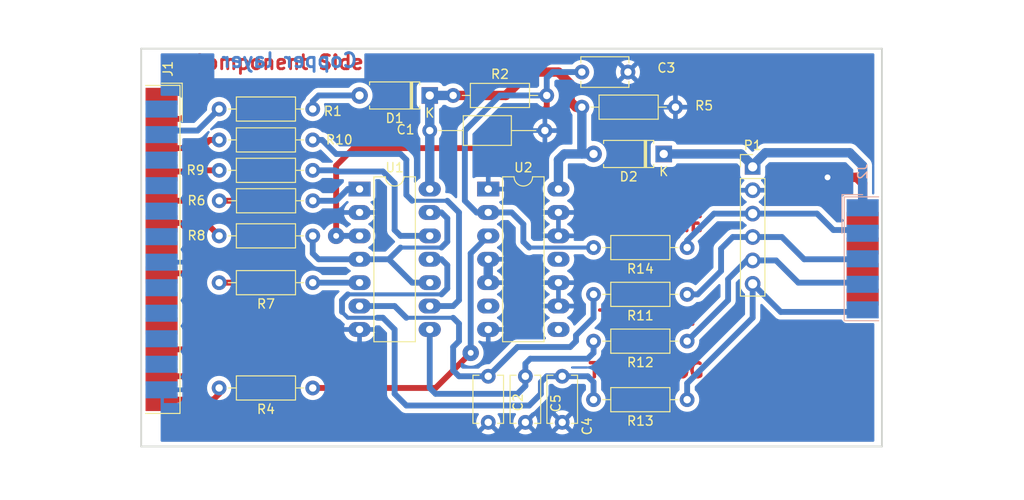
<source format=kicad_pcb>
(kicad_pcb (version 20210228) (generator pcbnew)
  (title_block (rev "1") (company "Kicad Demo"))
  (layers (0 "F.Cu" signal "top_copper") (31 "B.Cu" signal "bottom_copper") (34 "B.Paste" user) (35 "F.Paste" user) (36 "B.SilkS" user "B.Silkscreen") (37 "F.SilkS" user "F.Silkscreen") (38 "B.Mask" user) (39 "F.Mask" user) (44 "Edge.Cuts" user))
  (net 0 "")
  (net 1 "/CLK-D1")
  (net 2 "/CTRL-D3")
  (net 3 "/DONE-SELECT*")
  (net 4 "/PWR_3,3-5V")
  (net 5 "/TCK-CCLK")
  (net 6 "/TD0-DONE")
  (net 7 "/TD0-PROG-D4")
  (net 8 "/TDI-DIN")
  (net 9 "/TDI-DIN-D0")
  (net 10 "/TMS-PROG")
  (net 11 "/TMS-PROG-D2")
  (net 12 "/VCC_SENSE-ERROR*")
  (net 13 "GND")
  (net 14 "VCC")
  (net 15 "Net-(C3-Pad1)")
  (net 16 "Net-(R4-Pad1)")
  (net 20 "Net-(R6-Pad1)")
  (net 21 "Net-(R8-Pad1)")
  (net 22 "Net-(R7-Pad1)")
  (net 23 "Net-(C2-Pad1)")
  (net 24 "Net-(C5-Pad1)")
  (net 25 "Net-(R10-Pad1)")
  (net 26 "Net-(C4-Pad1)")
  (net 27 "Net-(R9-Pad1)")
  (net 28 "Net-(D1-Pad2)")
  (net 29 "Net-(J1-Pad11)")
  (footprint "Resistor_THT:R_Axial_DIN0207_L6.3mm_D2.5mm_P10.16mm_Horizontal" (layer "F.Cu") (at 162.56 88.9 180)
    (fp_text reference "R14" (at 5.08 -2.31 180) (layer "F.SilkS"))
    (fp_text value "100")
    (fp_line (start 0.98 0) (end 1.87 0) (layer "F.SilkS") (width 0.12))
    (fp_line (start 8.29 -1.31) (end 1.87 -1.31) (layer "F.SilkS") (width 0.12))
    (fp_line (start 1.87 1.31) (end 8.29 1.31) (layer "F.SilkS") (width 0.12))
    (fp_line (start 1.87 -1.31) (end 1.87 1.31) (layer "F.SilkS") (width 0.12))
    (fp_line (start 8.29 1.31) (end 8.29 -1.31) (layer "F.SilkS") (width 0.12))
    (fp_line (start 9.18 0) (end 8.29 0) (layer "F.SilkS") (width 0.12))
    (pad "1" thru_hole circle (at 0 0 180) (size 1.6 1.6) (drill 0.8) (layers *.Cu *.Mask) (net 6 "/TD0-DONE"))
    (pad "2" thru_hole oval (at 10.16 0 180) (size 1.6 1.6) (drill 0.8) (layers *.Cu *.Mask) (net 15 "Net-(C3-Pad1)"))
  )
  (footprint "Resistor_THT:R_Axial_DIN0207_L6.3mm_D2.5mm_P10.16mm_Horizontal" (layer "F.Cu") (at 121.92 80.518 180)
    (fp_text reference "R9" (at 12.72 0.018 180) (layer "F.SilkS"))
    (fp_text value "100")
    (fp_line (start 1.87 -1.31) (end 1.87 1.31) (layer "F.SilkS") (width 0.12))
    (fp_line (start 8.29 -1.31) (end 1.87 -1.31) (layer "F.SilkS") (width 0.12))
    (fp_line (start 8.29 1.31) (end 8.29 -1.31) (layer "F.SilkS") (width 0.12))
    (fp_line (start 1.87 1.31) (end 8.29 1.31) (layer "F.SilkS") (width 0.12))
    (fp_line (start 0.98 0) (end 1.87 0) (layer "F.SilkS") (width 0.12))
    (fp_line (start 9.18 0) (end 8.29 0) (layer "F.SilkS") (width 0.12))
    (pad "1" thru_hole circle (at 0 0 180) (size 1.6 1.6) (drill 0.8) (layers *.Cu *.Mask) (net 27 "Net-(R9-Pad1)"))
    (pad "2" thru_hole oval (at 10.16 0 180) (size 1.6 1.6) (drill 0.8) (layers *.Cu *.Mask) (net 11 "/TMS-PROG-D2"))
  )
  (footprint "Resistor_THT:R_Axial_DIN0207_L6.3mm_D2.5mm_P10.16mm_Horizontal" (layer "F.Cu") (at 121.92 104.14 180)
    (fp_text reference "R4" (at 5.08 -2.31 180) (layer "F.SilkS"))
    (fp_text value "47")
    (fp_line (start 1.87 1.31) (end 8.29 1.31) (layer "F.SilkS") (width 0.12))
    (fp_line (start 0.98 0) (end 1.87 0) (layer "F.SilkS") (width 0.12))
    (fp_line (start 1.87 -1.31) (end 1.87 1.31) (layer "F.SilkS") (width 0.12))
    (fp_line (start 8.29 -1.31) (end 1.87 -1.31) (layer "F.SilkS") (width 0.12))
    (fp_line (start 9.18 0) (end 8.29 0) (layer "F.SilkS") (width 0.12))
    (fp_line (start 8.29 1.31) (end 8.29 -1.31) (layer "F.SilkS") (width 0.12))
    (pad "1" thru_hole circle (at 0 0 180) (size 1.6 1.6) (drill 0.8) (layers *.Cu *.Mask) (net 16 "Net-(R4-Pad1)"))
    (pad "2" thru_hole oval (at 10.16 0 180) (size 1.6 1.6) (drill 0.8) (layers *.Cu *.Mask) (net 3 "/DONE-SELECT*"))
  )
  (footprint "Resistor_THT:R_Axial_DIN0207_L6.3mm_D2.5mm_P10.16mm_Horizontal" (layer "F.Cu") (at 162.56 105.41 180)
    (fp_text reference "R13" (at 5.08 -2.31 180) (layer "F.SilkS"))
    (fp_text value "100")
    (fp_line (start 9.18 0) (end 8.29 0) (layer "F.SilkS") (width 0.12))
    (fp_line (start 0.98 0) (end 1.87 0) (layer "F.SilkS") (width 0.12))
    (fp_line (start 8.29 1.31) (end 8.29 -1.31) (layer "F.SilkS") (width 0.12))
    (fp_line (start 8.29 -1.31) (end 1.87 -1.31) (layer "F.SilkS") (width 0.12))
    (fp_line (start 1.87 -1.31) (end 1.87 1.31) (layer "F.SilkS") (width 0.12))
    (fp_line (start 1.87 1.31) (end 8.29 1.31) (layer "F.SilkS") (width 0.12))
    (pad "1" thru_hole circle (at 0 0 180) (size 1.6 1.6) (drill 0.8) (layers *.Cu *.Mask) (net 10 "/TMS-PROG"))
    (pad "2" thru_hole oval (at 10.16 0 180) (size 1.6 1.6) (drill 0.8) (layers *.Cu *.Mask) (net 26 "Net-(C4-Pad1)"))
  )
  (footprint "Resistor_THT:R_Axial_DIN0207_L6.3mm_D2.5mm_P10.16mm_Horizontal" (layer "F.Cu") (at 162.56 99.06 180)
    (fp_text reference "R12" (at 5.08 -2.31 180) (layer "F.SilkS"))
    (fp_text value "100")
    (fp_line (start 1.87 1.31) (end 8.29 1.31) (layer "F.SilkS") (width 0.12))
    (fp_line (start 8.29 1.31) (end 8.29 -1.31) (layer "F.SilkS") (width 0.12))
    (fp_line (start 8.29 -1.31) (end 1.87 -1.31) (layer "F.SilkS") (width 0.12))
    (fp_line (start 1.87 -1.31) (end 1.87 1.31) (layer "F.SilkS") (width 0.12))
    (fp_line (start 0.98 0) (end 1.87 0) (layer "F.SilkS") (width 0.12))
    (fp_line (start 9.18 0) (end 8.29 0) (layer "F.SilkS") (width 0.12))
    (pad "1" thru_hole circle (at 0 0 180) (size 1.6 1.6) (drill 0.8) (layers *.Cu *.Mask) (net 5 "/TCK-CCLK"))
    (pad "2" thru_hole oval (at 10.16 0 180) (size 1.6 1.6) (drill 0.8) (layers *.Cu *.Mask) (net 24 "Net-(C5-Pad1)"))
  )
  (footprint "Resistor_THT:R_Axial_DIN0207_L6.3mm_D2.5mm_P10.16mm_Horizontal" (layer "F.Cu") (at 162.56 93.98 180)
    (fp_text reference "R11" (at 5.08 -2.31 180) (layer "F.SilkS"))
    (fp_text value "100")
    (fp_line (start 8.29 -1.31) (end 1.87 -1.31) (layer "F.SilkS") (width 0.12))
    (fp_line (start 8.29 1.31) (end 8.29 -1.31) (layer "F.SilkS") (width 0.12))
    (fp_line (start 1.87 1.31) (end 8.29 1.31) (layer "F.SilkS") (width 0.12))
    (fp_line (start 0.98 0) (end 1.87 0) (layer "F.SilkS") (width 0.12))
    (fp_line (start 9.18 0) (end 8.29 0) (layer "F.SilkS") (width 0.12))
    (fp_line (start 1.87 -1.31) (end 1.87 1.31) (layer "F.SilkS") (width 0.12))
    (pad "1" thru_hole circle (at 0 0 180) (size 1.6 1.6) (drill 0.8) (layers *.Cu *.Mask) (net 8 "/TDI-DIN"))
    (pad "2" thru_hole oval (at 10.16 0 180) (size 1.6 1.6) (drill 0.8) (layers *.Cu *.Mask) (net 23 "Net-(C2-Pad1)"))
  )
  (footprint "Resistor_THT:R_Axial_DIN0207_L6.3mm_D2.5mm_P10.16mm_Horizontal" (layer "F.Cu") (at 121.92 87.63 180)
    (fp_text reference "R8" (at 12.62 0.03 180) (layer "F.SilkS"))
    (fp_text value "100")
    (fp_line (start 8.29 1.31) (end 8.29 -1.31) (layer "F.SilkS") (width 0.12))
    (fp_line (start 1.87 -1.31) (end 1.87 1.31) (layer "F.SilkS") (width 0.12))
    (fp_line (start 9.18 0) (end 8.29 0) (layer "F.SilkS") (width 0.12))
    (fp_line (start 8.29 -1.31) (end 1.87 -1.31) (layer "F.SilkS") (width 0.12))
    (fp_line (start 0.98 0) (end 1.87 0) (layer "F.SilkS") (width 0.12))
    (fp_line (start 1.87 1.31) (end 8.29 1.31) (layer "F.SilkS") (width 0.12))
    (pad "1" thru_hole circle (at 0 0 180) (size 1.6 1.6) (drill 0.8) (layers *.Cu *.Mask) (net 21 "Net-(R8-Pad1)"))
    (pad "2" thru_hole oval (at 10.16 0 180) (size 1.6 1.6) (drill 0.8) (layers *.Cu *.Mask) (net 2 "/CTRL-D3"))
  )
  (footprint "Resistor_THT:R_Axial_DIN0207_L6.3mm_D2.5mm_P10.16mm_Horizontal" (layer "F.Cu") (at 121.92 92.71 180)
    (fp_text reference "R7" (at 5.08 -2.31 180) (layer "F.SilkS"))
    (fp_text value "100")
    (fp_line (start 1.87 -1.31) (end 1.87 1.31) (layer "F.SilkS") (width 0.12))
    (fp_line (start 0.98 0) (end 1.87 0) (layer "F.SilkS") (width 0.12))
    (fp_line (start 8.29 1.31) (end 8.29 -1.31) (layer "F.SilkS") (width 0.12))
    (fp_line (start 9.18 0) (end 8.29 0) (layer "F.SilkS") (width 0.12))
    (fp_line (start 8.29 -1.31) (end 1.87 -1.31) (layer "F.SilkS") (width 0.12))
    (fp_line (start 1.87 1.31) (end 8.29 1.31) (layer "F.SilkS") (width 0.12))
    (pad "1" thru_hole circle (at 0 0 180) (size 1.6 1.6) (drill 0.8) (layers *.Cu *.Mask) (net 22 "Net-(R7-Pad1)"))
    (pad "2" thru_hole oval (at 10.16 0 180) (size 1.6 1.6) (drill 0.8) (layers *.Cu *.Mask) (net 9 "/TDI-DIN-D0"))
  )
  (footprint "Resistor_THT:R_Axial_DIN0207_L6.3mm_D2.5mm_P10.16mm_Horizontal" (layer "F.Cu") (at 121.9327 83.82 180)
    (fp_text reference "R6" (at 12.6327 0.02 180) (layer "F.SilkS"))
    (fp_text value "100")
    (fp_line (start 0.98 0) (end 1.87 0) (layer "F.SilkS") (width 0.12))
    (fp_line (start 1.87 -1.31) (end 1.87 1.31) (layer "F.SilkS") (width 0.12))
    (fp_line (start 9.18 0) (end 8.29 0) (layer "F.SilkS") (width 0.12))
    (fp_line (start 1.87 1.31) (end 8.29 1.31) (layer "F.SilkS") (width 0.12))
    (fp_line (start 8.29 -1.31) (end 1.87 -1.31) (layer "F.SilkS") (width 0.12))
    (fp_line (start 8.29 1.31) (end 8.29 -1.31) (layer "F.SilkS") (width 0.12))
    (pad "1" thru_hole circle (at 0 0 180) (size 1.6 1.6) (drill 0.8) (layers *.Cu *.Mask) (net 20 "Net-(R6-Pad1)"))
    (pad "2" thru_hole oval (at 10.16 0 180) (size 1.6 1.6) (drill 0.8) (layers *.Cu *.Mask) (net 7 "/TD0-PROG-D4"))
  )
  (footprint "Resistor_THT:R_Axial_DIN0207_L6.3mm_D2.5mm_P10.16mm_Horizontal" (layer "F.Cu") (at 137.16 72.39)
    (fp_text reference "R2" (at 5.08 -2.31) (layer "F.SilkS"))
    (fp_text value "5,1K")
    (fp_line (start 0.98 0) (end 1.87 0) (layer "F.SilkS") (width 0.12))
    (fp_line (start 8.29 1.31) (end 8.29 -1.31) (layer "F.SilkS") (width 0.12))
    (fp_line (start 9.18 0) (end 8.29 0) (layer "F.SilkS") (width 0.12))
    (fp_line (start 1.87 -1.31) (end 1.87 1.31) (layer "F.SilkS") (width 0.12))
    (fp_line (start 1.87 1.31) (end 8.29 1.31) (layer "F.SilkS") (width 0.12))
    (fp_line (start 8.29 -1.31) (end 1.87 -1.31) (layer "F.SilkS") (width 0.12))
    (pad "1" thru_hole circle (at 0 0) (size 1.6 1.6) (drill 0.8) (layers *.Cu *.Mask) (net 14 "VCC"))
    (pad "2" thru_hole oval (at 10.16 0) (size 1.6 1.6) (drill 0.8) (layers *.Cu *.Mask) (net 15 "Net-(C3-Pad1)"))
  )
  (footprint "Resistor_THT:R_Axial_DIN0207_L6.3mm_D2.5mm_P10.16mm_Horizontal" (layer "F.Cu") (at 151.13 73.66)
    (fp_text reference "R5" (at 13.27 -0.16) (layer "F.SilkS"))
    (fp_text value "1K")
    (fp_line (start 1.87 -1.31) (end 1.87 1.31) (layer "F.SilkS") (width 0.12))
    (fp_line (start 8.29 1.31) (end 8.29 -1.31) (layer "F.SilkS") (width 0.12))
    (fp_line (start 8.29 -1.31) (end 1.87 -1.31) (layer "F.SilkS") (width 0.12))
    (fp_line (start 9.18 0) (end 8.29 0) (layer "F.SilkS") (width 0.12))
    (fp_line (start 1.87 1.31) (end 8.29 1.31) (layer "F.SilkS") (width 0.12))
    (fp_line (start 0.98 0) (end 1.87 0) (layer "F.SilkS") (width 0.12))
    (pad "1" thru_hole circle (at 0 0) (size 1.6 1.6) (drill 0.8) (layers *.Cu *.Mask) (net 14 "VCC"))
    (pad "2" thru_hole oval (at 10.16 0) (size 1.6 1.6) (drill 0.8) (layers *.Cu *.Mask) (net 13 "GND"))
  )
  (footprint "Resistor_THT:R_Axial_DIN0207_L6.3mm_D2.5mm_P10.16mm_Horizontal" (layer "F.Cu") (at 121.92 77.216 180)
    (fp_text reference "R10" (at -2.88 0.016 180) (layer "F.SilkS"))
    (fp_text value "100")
    (fp_line (start 8.29 -1.31) (end 1.87 -1.31) (layer "F.SilkS") (width 0.12))
    (fp_line (start 0.98 0) (end 1.87 0) (layer "F.SilkS") (width 0.12))
    (fp_line (start 1.87 1.31) (end 8.29 1.31) (layer "F.SilkS") (width 0.12))
    (fp_line (start 8.29 1.31) (end 8.29 -1.31) (layer "F.SilkS") (width 0.12))
    (fp_line (start 1.87 -1.31) (end 1.87 1.31) (layer "F.SilkS") (width 0.12))
    (fp_line (start 9.18 0) (end 8.29 0) (layer "F.SilkS") (width 0.12))
    (pad "1" thru_hole circle (at 0 0 180) (size 1.6 1.6) (drill 0.8) (layers *.Cu *.Mask) (net 25 "Net-(R10-Pad1)"))
    (pad "2" thru_hole oval (at 10.16 0 180) (size 1.6 1.6) (drill 0.8) (layers *.Cu *.Mask) (net 1 "/CLK-D1"))
  )
  (footprint "Diode_THT:D_A-405_P7.62mm_Horizontal" (layer "F.Cu") (at 160.02 78.74 180)
    (fp_text reference "D2" (at 3.81 -2.47 180) (layer "F.SilkS"))
    (fp_text value "BAT46")
    (fp_text user "K" (at 0 -1.9 180) (layer "F.SilkS"))
    (fp_line (start 1.87 -1.47) (end 1.87 1.47) (layer "F.SilkS") (width 0.12))
    (fp_line (start 1.09 1.47) (end 6.53 1.47) (layer "F.SilkS") (width 0.12))
    (fp_line (start 1.99 -1.47) (end 1.99 1.47) (layer "F.SilkS") (width 0.12))
    (fp_line (start 6.53 1.47) (end 6.53 1.14) (layer "F.SilkS") (width 0.12))
    (fp_line (start 1.09 -1.47) (end 6.53 -1.47) (layer "F.SilkS") (width 0.12))
    (fp_line (start 6.53 -1.47) (end 6.53 -1.14) (layer "F.SilkS") (width 0.12))
    (fp_line (start 1.09 -1.14) (end 1.09 -1.47) (layer "F.SilkS") (width 0.12))
    (fp_line (start 1.09 1.14) (end 1.09 1.47) (layer "F.SilkS") (width 0.12))
    (fp_line (start 2.11 -1.47) (end 2.11 1.47) (layer "F.SilkS") (width 0.12))
    (pad "1" thru_hole rect (at 0 0 180) (size 1.8 1.8) (drill 0.9) (layers *.Cu *.Mask) (net 4 "/PWR_3,3-5V"))
    (pad "2" thru_hole oval (at 7.62 0 180) (size 1.8 1.8) (drill 0.9) (layers *.Cu *.Mask) (net 14 "VCC"))
  )
  (footprint "Diode_THT:D_A-405_P7.62mm_Horizontal" (layer "F.Cu") (at 134.62 72.39 180)
    (fp_text reference "D1" (at 3.81 -2.47 180) (layer "F.SilkS"))
    (fp_text value "BAT46")
    (fp_text user "K" (at 0 -1.9 180) (layer "F.SilkS"))
    (fp_line (start 1.87 -1.47) (end 1.87 1.47) (layer "F.SilkS") (width 0.12))
    (fp_line (start 6.53 -1.47) (end 6.53 -1.14) (layer "F.SilkS") (width 0.12))
    (fp_line (start 1.09 -1.47) (end 6.53 -1.47) (layer "F.SilkS") (width 0.12))
    (fp_line (start 1.09 -1.14) (end 1.09 -1.47) (layer "F.SilkS") (width 0.12))
    (fp_line (start 1.09 1.14) (end 1.09 1.47) (layer "F.SilkS") (width 0.12))
    (fp_line (start 1.99 -1.47) (end 1.99 1.47) (layer "F.SilkS") (width 0.12))
    (fp_line (start 6.53 1.47) (end 6.53 1.14) (layer "F.SilkS") (width 0.12))
    (fp_line (start 2.11 -1.47) (end 2.11 1.47) (layer "F.SilkS") (width 0.12))
    (fp_line (start 1.09 1.47) (end 6.53 1.47) (layer "F.SilkS") (width 0.12))
    (pad "1" thru_hole rect (at 0 0 180) (size 1.8 1.8) (drill 0.9) (layers *.Cu *.Mask) (net 14 "VCC"))
    (pad "2" thru_hole oval (at 7.62 0 180) (size 1.8 1.8) (drill 0.9) (layers *.Cu *.Mask) (net 28 "Net-(D1-Pad2)"))
  )
  (footprint "Resistor_THT:R_Axial_DIN0207_L6.3mm_D2.5mm_P10.16mm_Horizontal" (layer "F.Cu") (at 121.92 73.8632 180)
    (fp_text reference "R1" (at -2.18 -0.2368 180) (layer "F.SilkS"))
    (fp_text value "100")
    (fp_line (start 8.29 1.31) (end 8.29 -1.31) (layer "F.SilkS") (width 0.12))
    (fp_line (start 1.87 -1.31) (end 1.87 1.31) (layer "F.SilkS") (width 0.12))
    (fp_line (start 0.98 0) (end 1.87 0) (layer "F.SilkS") (width 0.12))
    (fp_line (start 9.18 0) (end 8.29 0) (layer "F.SilkS") (width 0.12))
    (fp_line (start 1.87 1.31) (end 8.29 1.31) (layer "F.SilkS") (width 0.12))
    (fp_line (start 8.29 -1.31) (end 1.87 -1.31) (layer "F.SilkS") (width 0.12))
    (pad "1" thru_hole circle (at 0 0 180) (size 1.6 1.6) (drill 0.8) (layers *.Cu *.Mask) (net 28 "Net-(D1-Pad2)"))
    (pad "2" thru_hole oval (at 10.16 0 180) (size 1.6 1.6) (drill 0.8) (layers *.Cu *.Mask) (net 12 "/VCC_SENSE-ERROR*"))
  )
  (footprint "Capacitor_THT:C_Axial_L5.1mm_D3.1mm_P12.50mm_Horizontal" (layer "F.Cu") (at 134.62 76.2)
    (fp_text reference "C1" (at -2.62 -0.1) (layer "F.SilkS"))
    (fp_text value "1uF")
    (fp_line (start 3.64 1.61) (end 8.86 1.61) (layer "F.SilkS") (width 0.12))
    (fp_line (start 3.64 -1.61) (end 3.64 1.61) (layer "F.SilkS") (width 0.12))
    (fp_line (start 0.98 0) (end 3.64 0) (layer "F.SilkS") (width 0.12))
    (fp_line (start 8.86 1.61) (end 8.86 -1.61) (layer "F.SilkS") (width 0.12))
    (fp_line (start 8.86 -1.61) (end 3.64 -1.61) (layer "F.SilkS") (width 0.12))
    (fp_line (start 11.52 0) (end 8.86 0) (layer "F.SilkS") (width 0.12))
    (pad "1" thru_hole circle (at 0 0) (size 1.6 1.6) (drill 0.8) (layers *.Cu *.Mask) (net 14 "VCC"))
    (pad "2" thru_hole oval (at 12.5 0) (size 1.6 1.6) (drill 0.8) (layers *.Cu *.Mask) (net 13 "GND"))
  )
  (footprint "Connector_PinHeader_2.54mm:PinHeader_1x06_P2.54mm_Vertical" (layer "F.Cu") (at 169.672 80.137)
    (fp_text reference "P1" (at 0 -2.33) (layer "F.SilkS"))
    (fp_text value "CONN_6")
    (fp_line (start -1.33 1.27) (end 1.33 1.27) (layer "F.SilkS") (width 0.12))
    (fp_line (start -1.33 14.03) (end 1.33 14.03) (layer "F.SilkS") (width 0.12))
    (fp_line (start -1.33 1.27) (end -1.33 14.03) (layer "F.SilkS") (width 0.12))
    (fp_line (start 1.33 1.27) (end 1.33 14.03) (layer "F.SilkS") (width 0.12))
    (fp_line (start -1.33 -1.33) (end 0 -1.33) (layer "F.SilkS") (width 0.12))
    (fp_line (start -1.33 0) (end -1.33 -1.33) (layer "F.SilkS") (width 0.12))
    (pad "1" thru_hole rect (at 0 0) (size 1.7 1.7) (drill 1) (layers *.Cu *.Mask) (net 4 "/PWR_3,3-5V"))
    (pad "2" thru_hole oval (at 0 2.54) (size 1.7 1.7) (drill 1) (layers *.Cu *.Mask) (net 13 "GND"))
    (pad "3" thru_hole oval (at 0 5.08) (size 1.7 1.7) (drill 1) (layers *.Cu *.Mask) (net 6 "/TD0-DONE"))
    (pad "4" thru_hole oval (at 0 7.62) (size 1.7 1.7) (drill 1) (layers *.Cu *.Mask) (net 8 "/TDI-DIN"))
    (pad "5" thru_hole oval (at 0 10.16) (size 1.7 1.7) (drill 1) (layers *.Cu *.Mask) (net 5 "/TCK-CCLK"))
    (pad "6" thru_hole oval (at 0 12.7) (size 1.7 1.7) (drill 1) (layers *.Cu *.Mask) (net 10 "/TMS-PROG"))
  )
  (footprint "Package_DIP:DIP-14_W7.62mm_LongPads" (layer "F.Cu") (at 140.97 82.55)
    (fp_text reference "U2" (at 3.81 -2.33) (layer "F.SilkS"))
    (fp_text value "74LS125")
    (fp_line (start 6.06 16.57) (end 6.06 -1.33) (layer "F.SilkS") (width 0.12))
    (fp_line (start 2.81 -1.33) (end 1.56 -1.33) (layer "F.SilkS") (width 0.12))
    (fp_line (start 1.56 16.57) (end 6.06 16.57) (layer "F.SilkS") (width 0.12))
    (fp_line (start 1.56 -1.33) (end 1.56 16.57) (layer "F.SilkS") (width 0.12))
    (fp_line (start 6.06 -1.33) (end 4.81 -1.33) (layer "F.SilkS") (width 0.12))
    (fp_arc (start 3.81 -1.33) (end 2.81 -1.33) (angle -180) (layer "F.SilkS") (width 0.12))
    (pad "1" thru_hole rect (at 0 0) (size 2.4 1.6) (drill 0.8) (layers *.Cu *.Mask) (net 13 "GND"))
    (pad "2" thru_hole oval (at 0 2.54) (size 2.4 1.6) (drill 0.8) (layers *.Cu *.Mask) (net 15 "Net-(C3-Pad1)"))
    (pad "3" thru_hole oval (at 0 5.08) (size 2.4 1.6) (drill 0.8) (layers *.Cu *.Mask) (net 16 "Net-(R4-Pad1)"))
    (pad "4" thru_hole oval (at 0 7.62) (size 2.4 1.6) (drill 0.8) (layers *.Cu *.Mask) (net 13 "GND"))
    (pad "5" thru_hole oval (at 0 10.16) (size 2.4 1.6) (drill 0.8) (layers *.Cu *.Mask) (net 13 "GND"))
    (pad "6" thru_hole oval (at 0 12.7) (size 2.4 1.6) (drill 0.8) (layers *.Cu *.Mask))
    (pad "7" thru_hole oval (at 0 15.24) (size 2.4 1.6) (drill 0.8) (layers *.Cu *.Mask) (net 13 "GND"))
    (pad "8" thru_hole oval (at 7.62 15.24) (size 2.4 1.6) (drill 0.8) (layers *.Cu *.Mask))
    (pad "9" thru_hole oval (at 7.62 12.7) (size 2.4 1.6) (drill 0.8) (layers *.Cu *.Mask) (net 13 "GND"))
    (pad "10" thru_hole oval (at 7.62 10.16) (size 2.4 1.6) (drill 0.8) (layers *.Cu *.Mask) (net 13 "GND"))
    (pad "11" thru_hole oval (at 7.62 7.62) (size 2.4 1.6) (drill 0.8) (layers *.Cu *.Mask))
    (pad "12" thru_hole oval (at 7.62 5.08) (size 2.4 1.6) (drill 0.8) (layers *.Cu *.Mask) (net 13 "GND"))
    (pad "13" thru_hole oval (at 7.62 2.54) (size 2.4 1.6) (drill 0.8) (layers *.Cu *.Mask) (net 13 "GND"))
    (pad "14" thru_hole oval (at 7.62 0) (size 2.4 1.6) (drill 0.8) (layers *.Cu *.Mask) (net 14 "VCC"))
  )
  (footprint "Package_DIP:DIP-14_W7.62mm_LongPads" (layer "F.Cu") (at 127 82.55)
    (fp_text reference "U1" (at 3.81 -2.33) (layer "F.SilkS"))
    (fp_text value "74LS125")
    (fp_line (start 6.06 -1.33) (end 4.81 -1.33) (layer "F.SilkS") (width 0.12))
    (fp_line (start 1.56 -1.33) (end 1.56 16.57) (layer "F.SilkS") (width 0.12))
    (fp_line (start 2.81 -1.33) (end 1.56 -1.33) (layer "F.SilkS") (width 0.12))
    (fp_line (start 6.06 16.57) (end 6.06 -1.33) (layer "F.SilkS") (width 0.12))
    (fp_line (start 1.56 16.57) (end 6.06 16.57) (layer "F.SilkS") (width 0.12))
    (fp_arc (start 3.81 -1.33) (end 2.81 -1.33) (angle -180) (layer "F.SilkS") (width 0.12))
    (pad "1" thru_hole rect (at 0 0) (size 2.4 1.6) (drill 0.8) (layers *.Cu *.Mask) (net 20 "Net-(R6-Pad1)"))
    (pad "2" thru_hole oval (at 0 2.54) (size 2.4 1.6) (drill 0.8) (layers *.Cu *.Mask) (net 13 "GND"))
    (pad "3" thru_hole oval (at 0 5.08) (size 2.4 1.6) (drill 0.8) (layers *.Cu *.Mask) (net 15 "Net-(C3-Pad1)"))
    (pad "4" thru_hole oval (at 0 7.62) (size 2.4 1.6) (drill 0.8) (layers *.Cu *.Mask) (net 21 "Net-(R8-Pad1)"))
    (pad "5" thru_hole oval (at 0 10.16) (size 2.4 1.6) (drill 0.8) (layers *.Cu *.Mask) (net 22 "Net-(R7-Pad1)"))
    (pad "6" thru_hole oval (at 0 12.7) (size 2.4 1.6) (drill 0.8) (layers *.Cu *.Mask) (net 23 "Net-(C2-Pad1)"))
    (pad "7" thru_hole oval (at 0 15.24) (size 2.4 1.6) (drill 0.8) (layers *.Cu *.Mask) (net 13 "GND"))
    (pad "8" thru_hole oval (at 7.62 15.24) (size 2.4 1.6) (drill 0.8) (layers *.Cu *.Mask) (net 24 "Net-(C5-Pad1)"))
    (pad "9" thru_hole oval (at 7.62 12.7) (size 2.4 1.6) (drill 0.8) (layers *.Cu *.Mask) (net 25 "Net-(R10-Pad1)"))
    (pad "10" thru_hole oval (at 7.62 10.16) (size 2.4 1.6) (drill 0.8) (layers *.Cu *.Mask) (net 21 "Net-(R8-Pad1)"))
    (pad "11" thru_hole oval (at 7.62 7.62) (size 2.4 1.6) (drill 0.8) (layers *.Cu *.Mask) (net 26 "Net-(C4-Pad1)"))
    (pad "12" thru_hole oval (at 7.62 5.08) (size 2.4 1.6) (drill 0.8) (layers *.Cu *.Mask) (net 27 "Net-(R9-Pad1)"))
    (pad "13" thru_hole oval (at 7.62 2.54) (size 2.4 1.6) (drill 0.8) (layers *.Cu *.Mask) (net 21 "Net-(R8-Pad1)"))
    (pad "14" thru_hole oval (at 7.62 0) (size 2.4 1.6) (drill 0.8) (layers *.Cu *.Mask) (net 14 "VCC"))
  )
  (footprint "Capacitor_THT:C_Disc_D5.1mm_W3.2mm_P5.00mm" (layer "F.Cu") (at 145 102.87 -90)
    (fp_text reference "C5" (at 2.93 -3.3 -90) (layer "F.SilkS"))
    (fp_text value "100pF")
    (fp_line (start -0.11 -1.66) (end -0.11 -0.996) (layer "F.SilkS") (width 0.12))
    (fp_line (start 5.11 0.996) (end 5.11 1.66) (layer "F.SilkS") (width 0.12))
    (fp_line (start -0.11 -1.66) (end 5.11 -1.66) (layer "F.SilkS") (width 0.12))
    (fp_line (start -0.11 0.996) (end -0.11 1.66) (layer "F.SilkS") (width 0.12))
    (fp_line (start -0.11 1.66) (end 5.11 1.66) (layer "F.SilkS") (width 0.12))
    (fp_line (start 5.11 -1.66) (end 5.11 -0.996) (layer "F.SilkS") (width 0.12))
    (pad "1" thru_hole circle (at 0 0 270) (size 1.6 1.6) (drill 0.8) (layers *.Cu *.Mask) (net 24 "Net-(C5-Pad1)"))
    (pad "2" thru_hole circle (at 5 0 270) (size 1.6 1.6) (drill 0.8) (layers *.Cu *.Mask) (net 13 "GND"))
  )
  (footprint "Capacitor_THT:C_Disc_D5.1mm_W3.2mm_P5.00mm" (layer "F.Cu") (at 149 102.87 -90)
    (fp_text reference "C4" (at 5.43 -2.7 -90) (layer "F.SilkS"))
    (fp_text value "100pF")
    (fp_line (start -0.11 -1.66) (end -0.11 -0.996) (layer "F.SilkS") (width 0.12))
    (fp_line (start 5.11 -1.66) (end 5.11 -0.996) (layer "F.SilkS") (width 0.12))
    (fp_line (start 5.11 0.996) (end 5.11 1.66) (layer "F.SilkS") (width 0.12))
    (fp_line (start -0.11 1.66) (end 5.11 1.66) (layer "F.SilkS") (width 0.12))
    (fp_line (start -0.11 -1.66) (end 5.11 -1.66) (layer "F.SilkS") (width 0.12))
    (fp_line (start -0.11 0.996) (end -0.11 1.66) (layer "F.SilkS") (width 0.12))
    (pad "1" thru_hole circle (at 0 0 270) (size 1.6 1.6) (drill 0.8) (layers *.Cu *.Mask) (net 26 "Net-(C4-Pad1)"))
    (pad "2" thru_hole circle (at 5 0 270) (size 1.6 1.6) (drill 0.8) (layers *.Cu *.Mask) (net 13 "GND"))
  )
  (footprint "Capacitor_THT:C_Disc_D5.1mm_W3.2mm_P5.00mm" (layer "F.Cu") (at 151.13 69.85)
    (fp_text reference "C3" (at 9.17 -0.45) (layer "F.SilkS"))
    (fp_text value "100pF")
    (fp_line (start -0.11 -1.66) (end -0.11 -0.996) (layer "F.SilkS") (width 0.12))
    (fp_line (start -0.11 0.996) (end -0.11 1.66) (layer "F.SilkS") (width 0.12))
    (fp_line (start -0.11 1.66) (end 5.11 1.66) (layer "F.SilkS") (width 0.12))
    (fp_line (start -0.11 -1.66) (end 5.11 -1.66) (layer "F.SilkS") (width 0.12))
    (fp_line (start 5.11 -1.66) (end 5.11 -0.996) (layer "F.SilkS") (width 0.12))
    (fp_line (start 5.11 0.996) (end 5.11 1.66) (layer "F.SilkS") (width 0.12))
    (pad "1" thru_hole circle (at 0 0) (size 1.6 1.6) (drill 0.8) (layers *.Cu *.Mask) (net 15 "Net-(C3-Pad1)"))
    (pad "2" thru_hole circle (at 5 0) (size 1.6 1.6) (drill 0.8) (layers *.Cu *.Mask) (net 13 "GND"))
  )
  (footprint "Capacitor_THT:C_Disc_D5.1mm_W3.2mm_P5.00mm" (layer "F.Cu") (at 140.97 102.87 -90)
    (fp_text reference "C2" (at 2.83 -3.23 -90) (layer "F.SilkS"))
    (fp_text value "100pF")
    (fp_line (start -0.11 -1.66) (end -0.11 -0.996) (layer "F.SilkS") (width 0.12))
    (fp_line (start -0.11 0.996) (end -0.11 1.66) (layer "F.SilkS") (width 0.12))
    (fp_line (start -0.11 1.66) (end 5.11 1.66) (layer "F.SilkS") (width 0.12))
    (fp_line (start 5.11 -1.66) (end 5.11 -0.996) (layer "F.SilkS") (width 0.12))
    (fp_line (start -0.11 -1.66) (end 5.11 -1.66) (layer "F.SilkS") (width 0.12))
    (fp_line (start 5.11 0.996) (end 5.11 1.66) (layer "F.SilkS") (width 0.12))
    (pad "1" thru_hole circle (at 0 0 270) (size 1.6 1.6) (drill 0.8) (layers *.Cu *.Mask) (net 23 "Net-(C2-Pad1)"))
    (pad "2" thru_hole circle (at 5 0 270) (size 1.6 1.6) (drill 0.8) (layers *.Cu *.Mask) (net 13 "GND"))
  )
  (footprint "Connector_Dsub:DSUB-25_Male_EdgeMount_P2.77mm" (layer "F.Cu") (at 105.5116 89.1032 -90)
    (fp_text reference "J1" (at -19.6032 -0.6884 -90) (layer "F.SilkS"))
    (fp_text value "DB25MALE")
    (fp_line (start -18.043333 0) (end -18.043333 -2.24) (layer "F.SilkS") (width 0.12))
    (fp_line (start -17.803333 -2) (end -17.803333 1.74) (layer "F.SilkS") (width 0.12))
    (fp_line (start -18.043333 -2.24) (end -13.85 -2.24) (layer "F.SilkS") (width 0.12))
    (fp_line (start 17.803333 1.74) (end 17.803333 -2) (layer "F.SilkS") (width 0.12))
    (fp_line (start 17.803333 -2) (end -17.803333 -2) (layer "F.SilkS") (width 0.12))
    (pad "1" smd rect (at -16.62 0 270) (size 1.846667 3.48) (layers "F.Cu" "F.Paste" "F.Mask"))
    (pad "2" smd rect (at -13.85 0 270) (size 1.846667 3.48) (layers "F.Cu" "F.Paste" "F.Mask") (net 9 "/TDI-DIN-D0"))
    (pad "3" smd rect (at -11.08 0 270) (size 1.846667 3.48) (layers "F.Cu" "F.Paste" "F.Mask") (net 1 "/CLK-D1"))
    (pad "4" smd rect (at -8.31 0 270) (size 1.846667 3.48) (layers "F.Cu" "F.Paste" "F.Mask") (net 11 "/TMS-PROG-D2"))
    (pad "5" smd rect (at -5.54 0 270) (size 1.846667 3.48) (layers "F.Cu" "F.Paste" "F.Mask") (net 2 "/CTRL-D3"))
    (pad "6" smd rect (at -2.77 0 270) (size 1.846667 3.48) (layers "F.Cu" "F.Paste" "F.Mask") (net 7 "/TD0-PROG-D4"))
    (pad "7" smd rect (at 0 0 270) (size 1.846667 3.48) (layers "F.Cu" "F.Paste" "F.Mask"))
    (pad "8" smd rect (at 2.77 0 270) (size 1.846667 3.48) (layers "F.Cu" "F.Paste" "F.Mask") (net 29 "Net-(J1-Pad11)"))
    (pad "9" smd rect (at 5.54 0 270) (size 1.846667 3.48) (layers "F.Cu" "F.Paste" "F.Mask"))
    (pad "10" smd rect (at 8.31 0 270) (size 1.846667 3.48) (layers "F.Cu" "F.Paste" "F.Mask"))
    (pad "11" smd rect (at 11.08 0 270) (size 1.846667 3.48) (layers "F.Cu" "F.Paste" "F.Mask") (net 29 "Net-(J1-Pad11)"))
    (pad "12" smd rect (at 13.85 0 270) (size 1.846667 3.48) (layers "F.Cu" "F.Paste" "F.Mask") (net 29 "Net-(J1-Pad11)"))
    (pad "13" smd rect (at 16.62 0 270) (size 1.846667 3.48) (layers "F.Cu" "F.Paste" "F.Mask") (net 3 "/DONE-SELECT*"))
    (pad "14" smd rect (at -15.235 0 270) (size 1.846667 3.48) (layers "B.Cu" "B.Paste" "B.Mask"))
    (pad "15" smd rect (at -12.465 0 270) (size 1.846667 3.48) (layers "B.Cu" "B.Paste" "B.Mask") (net 12 "/VCC_SENSE-ERROR*"))
    (pad "16" smd rect (at -9.695 0 270) (size 1.846667 3.48) (layers "B.Cu" "B.Paste" "B.Mask"))
    (pad "17" smd rect (at -6.925 0 270) (size 1.846667 3.48) (layers "B.Cu" "B.Paste" "B.Mask"))
    (pad "18" smd rect (at -4.155 0 270) (size 1.846667 3.48) (layers "B.Cu" "B.Paste" "B.Mask"))
    (pad "19" smd rect (at -1.385 0 270) (size 1.846667 3.48) (layers "B.Cu" "B.Paste" "B.Mask"))
    (pad "20" smd rect (at 1.385 0 270) (size 1.846667 3.48) (layers "B.Cu" "B.Paste" "B.Mask") (net 13 "GND"))
    (pad "21" smd rect (at 4.155 0 270) (size 1.846667 3.48) (layers "B.Cu" "B.Paste" "B.Mask"))
    (pad "22" smd rect (at 6.925 0 270) (size 1.846667 3.48) (layers "B.Cu" "B.Paste" "B.Mask"))
    (pad "23" smd rect (at 9.695 0 270) (size 1.846667 3.48) (layers "B.Cu" "B.Paste" "B.Mask"))
    (pad "24" smd rect (at 12.465 0 270) (size 1.846667 3.48) (layers "B.Cu" "B.Paste" "B.Mask"))
    (pad "25" smd rect (at 15.235 0 270) (size 1.846667 3.48) (layers "B.Cu" "B.Paste" "B.Mask") (net 13 "GND"))
  )
  (footprint "Connector_Dsub:DSUB-9_Male_EdgeMount_P2.77mm" (layer "B.Cu") (at 181.61 90.1192 -90)
    (fp_text reference "J2" (at -9.463333 0 -90) (layer "B.SilkS") (effects (justify mirror)))
    (fp_text value "DB9MALE")
    (fp_line (start -6.963333 0) (end -6.963333 2.24) (layer "B.SilkS") (width 0.12))
    (fp_line (start 6.723333 2) (end -6.723333 2) (layer "B.SilkS") (width 0.12))
    (fp_line (start -6.963333 2.24) (end -2.77 2.24) (layer "B.SilkS") (width 0.12))
    (fp_line (start -6.723333 2) (end -6.723333 -1.74) (layer "B.SilkS") (width 0.12))
    (fp_line (start 6.723333 -1.74) (end 6.723333 2) (layer "B.SilkS") (width 0.12))
    (pad "1" smd rect (at -5.54 0 270) (size 1.846667 3.48) (layers "B.Cu" "B.Paste" "B.Mask") (net 4 "/PWR_3,3-5V"))
    (pad "2" smd rect (at -2.77 0 270) (size 1.846667 3.48) (layers "B.Cu" "B.Paste" "B.Mask") (net 6 "/TD0-DONE"))
    (pad "3" smd rect (at 0 0 270) (size 1.846667 3.48) (layers "B.Cu" "B.Paste" "B.Mask") (net 8 "/TDI-DIN"))
    (pad "4" smd rect (at 2.77 0 270) (size 1.846667 3.48) (layers "B.Cu" "B.Paste" "B.Mask") (net 5 "/TCK-CCLK"))
    (pad "5" smd rect (at 5.54 0 270) (size 1.846667 3.48) (layers "B.Cu" "B.Paste" "B.Mask") (net 10 "/TMS-PROG"))
    (pad "6" smd rect (at -4.155 0 270) (size 1.846667 3.48) (layers "F.Cu" "F.Paste" "F.Mask") (net 13 "GND"))
    (pad "7" smd rect (at -1.385 0 270) (size 1.846667 3.48) (layers "F.Cu" "F.Paste" "F.Mask") (net 13 "GND"))
    (pad "8" smd rect (at 1.385 0 270) (size 1.846667 3.48) (layers "F.Cu" "F.Paste" "F.Mask") (net 13 "GND"))
    (pad "9" smd rect (at 4.155 0 270) (size 1.846667 3.48) (layers "F.Cu" "F.Paste" "F.Mask") (net 13 "GND"))
  )
  (gr_line (start 103.3 110.49) (end 103.3 67.31) (angle 90) (layer "Edge.Cuts") (width 0.2))
  (gr_line (start 183.7 110.49) (end 103.3 110.49) (angle 90) (layer "Edge.Cuts") (width 0.2))
  (gr_line (start 103.3 67.31) (end 183.7 67.31) (angle 90) (layer "Edge.Cuts") (width 0.2))
  (gr_line (start 183.7 67.31) (end 183.7 110.49) (angle 90) (layer "Edge.Cuts") (width 0.2))
  (gr_text "TMS-PROG" (at 158.115 102.235) (layer "F.Cu") (effects (font (size 1.524 1.524) (thickness 0.381))))
  (gr_text "TDO-DONE" (at 158.115 86.36) (layer "F.Cu") (effects (font (size 1.524 1.524) (thickness 0.381))))
  (gr_text "GND" (at 162.56 81.28) (layer "F.Cu") (effects (font (size 1.524 1.524) (thickness 0.381))))
  (gr_text "TCK-CCL" (at 158.115 96.52) (layer "F.Cu") (effects (font (size 1.524 1.524) (thickness 0.381))))
  (gr_text "Component Side" (at 118.1 68.8) (layer "F.Cu") (effects (font (size 1.524 1.524) (thickness 0.3048))))
  (gr_text "VCC" (at 162.56 76.2) (layer "F.Cu") (effects (font (size 1.524 1.524) (thickness 0.381))))
  (gr_text "TDI-TIN" (at 158.115 91.44) (layer "F.Cu") (effects (font (size 1.524 1.524) (thickness 0.381))))
  (gr_text "Copper layer" (at 119.38 68.58) (layer "B.Cu") (effects (font (size 1.524 1.524) (thickness 0.3048)) (justify mirror)))
  (segment (start 109.855 78.105) (end 106.045 78.105) (width 0.635) (layer "F.Cu") (net 1))
  (segment (start 111.76 77.216) (end 110.744 77.216) (width 0.635) (layer "F.Cu") (net 1))
  (segment (start 106.045 78.105) (end 105.537 77.978) (width 0.635) (layer "F.Cu") (net 1))
  (segment (start 110.744 77.216) (end 109.855 78.105) (width 0.635) (layer "F.Cu") (net 1))
  (segment (start 109.22 83.82) (end 105.41 83.82) (width 0.635) (layer "F.Cu") (net 2))
  (segment (start 109.855 84.455) (end 109.22 83.82) (width 0.635) (layer "F.Cu") (net 2))
  (segment (start 111.76 87.63) (end 109.855 85.725) (width 0.635) (layer "F.Cu") (net 2))
  (segment (start 109.855 85.725) (end 109.855 84.455) (width 0.635) (layer "F.Cu") (net 2))
  (segment (start 105.41 83.82) (end 105.537 83.439) (width 0.635) (layer "F.Cu") (net 2))
  (segment (start 111.76 104.14) (end 111.76 104.775) (width 0.635) (layer "F.Cu") (net 3))
  (segment (start 111.76 104.775) (end 111.125 105.41) (width 0.635) (layer "F.Cu") (net 3))
  (segment (start 111.125 105.41) (end 105.537 105.41) (width 0.635) (layer "F.Cu") (net 3))
  (segment (start 181.61 80.01) (end 180.213 78.613) (width 1.016) (layer "B.Cu") (net 4))
  (segment (start 160.02 78.74) (end 168.40201 78.74) (width 1.016) (layer "B.Cu") (net 4))
  (segment (start 180.213 78.613) (end 171.050935 78.613) (width 1.016) (layer "B.Cu") (net 4))
  (segment (start 181.61 80.01) (end 181.61 84.582) (width 1.016) (layer "B.Cu") (net 4))
  (segment (start 171.050935 78.613) (end 169.599468 80.064467) (width 1.016) (layer "B.Cu") (net 4))
  (segment (start 168.40201 78.74) (end 169.672 80.00999) (width 1.016) (layer "B.Cu") (net 4))
  (segment (start 169.037 90.297) (end 167.005 92.329) (width 0.635) (layer "B.Cu") (net 5))
  (segment (start 181.61 92.71) (end 181.61 92.964) (width 0.635) (layer "B.Cu") (net 5))
  (segment (start 169.672 90.297) (end 169.037 90.297) (width 0.635) (layer "B.Cu") (net 5))
  (segment (start 174.625 92.71) (end 181.61 92.71) (width 0.635) (layer "B.Cu") (net 5))
  (segment (start 169.672 90.297) (end 172.212 90.297) (width 0.635) (layer "B.Cu") (net 5))
  (segment (start 167.005 92.329) (end 167.005 94.615) (width 0.635) (layer "B.Cu") (net 5))
  (segment (start 172.212 90.297) (end 174.625 92.71) (width 0.635) (layer "B.Cu") (net 5))
  (segment (start 167.005 94.615) (end 162.56 99.06) (width 0.635) (layer "B.Cu") (net 5))
  (segment (start 178.435 86.995) (end 180.975 86.995) (width 0.635) (layer "B.Cu") (net 6))
  (segment (start 180.975 86.995) (end 181.61 87.376) (width 0.635) (layer "B.Cu") (net 6))
  (segment (start 169.672 85.217) (end 176.657 85.217) (width 0.635) (layer "B.Cu") (net 6))
  (segment (start 162.56 88.138) (end 165.481 85.217) (width 0.635) (layer "B.Cu") (net 6))
  (segment (start 165.481 85.217) (end 169.672 85.217) (width 0.635) (layer "B.Cu") (net 6))
  (segment (start 162.56 88.9) (end 162.56 88.138) (width 0.635) (layer "B.Cu") (net 6))
  (segment (start 176.657 85.217) (end 178.435 86.995) (width 0.635) (layer "B.Cu") (net 6))
  (segment (start 110.744 89.408) (end 113.284 89.408) (width 0.635) (layer "F.Cu") (net 7))
  (segment (start 114.3 84.455) (end 113.665 83.82) (width 0.635) (layer "F.Cu") (net 7))
  (segment (start 107.569 86.233) (end 110.744 89.408) (width 0.635) (layer "F.Cu") (net 7))
  (segment (start 114.3 88.392) (end 114.3 84.455) (width 0.635) (layer "F.Cu") (net 7))
  (segment (start 105.537 86.233) (end 107.569 86.233) (width 0.635) (layer "F.Cu") (net 7))
  (segment (start 113.665 83.82) (end 111.76 83.82) (width 0.635) (layer "F.Cu") (net 7))
  (segment (start 113.284 89.408) (end 114.3 88.392) (width 0.635) (layer "F.Cu") (net 7))
  (segment (start 167.513 87.757) (end 166.243 89.027) (width 0.635) (layer "B.Cu") (net 8))
  (segment (start 169.672 87.757) (end 172.847 87.757) (width 0.635) (layer "B.Cu") (net 8))
  (segment (start 175.26 90.17) (end 181.61 90.17) (width 0.635) (layer "B.Cu") (net 8))
  (segment (start 162.56 93.98) (end 163.703 93.98) (width 0.635) (layer "B.Cu") (net 8))
  (segment (start 163.703 93.98) (end 166.243 91.44) (width 0.635) (layer "B.Cu") (net 8))
  (segment (start 166.243 89.027) (end 166.243 91.44) (width 0.635) (layer "B.Cu") (net 8))
  (segment (start 172.847 87.757) (end 175.26 90.17) (width 0.635) (layer "B.Cu") (net 8))
  (segment (start 169.672 87.757) (end 167.513 87.757) (width 0.635) (layer "B.Cu") (net 8))
  (segment (start 116.205 91.44) (end 116.205 72.771) (width 0.635) (layer "F.Cu") (net 9))
  (segment (start 111.76 92.71) (end 114.935 92.71) (width 0.635) (layer "F.Cu") (net 9))
  (segment (start 115.316 71.882) (end 110.744 71.882) (width 0.635) (layer "F.Cu") (net 9))
  (segment (start 114.935 92.71) (end 116.205 91.44) (width 0.635) (layer "F.Cu") (net 9))
  (segment (start 106.045 74.93) (end 106.045 75.565) (width 0.635) (layer "F.Cu") (net 9))
  (segment (start 107.696 74.93) (end 106.045 74.93) (width 0.635) (layer "F.Cu") (net 9))
  (segment (start 106.045 75.565) (end 105.537 75.184) (width 0.635) (layer "F.Cu") (net 9))
  (segment (start 116.205 72.771) (end 115.316 71.882) (width 0.635) (layer "F.Cu") (net 9))
  (segment (start 110.744 71.882) (end 107.696 74.93) (width 0.635) (layer "F.Cu") (net 9))
  (segment (start 181.61 95.885) (end 172.72 95.885) (width 0.635) (layer "B.Cu") (net 10))
  (segment (start 162.56 103.632) (end 169.672 96.52) (width 0.635) (layer "B.Cu") (net 10))
  (segment (start 169.672 96.52) (end 169.672 92.837) (width 0.635) (layer "B.Cu") (net 10))
  (segment (start 181.61 95.885) (end 181.61 95.758) (width 0.635) (layer "B.Cu") (net 10))
  (segment (start 172.72 95.885) (end 169.672 92.837) (width 0.635) (layer "B.Cu") (net 10))
  (segment (start 162.56 105.41) (end 162.56 103.632) (width 0.635) (layer "B.Cu") (net 10))
  (segment (start 109.982 80.518) (end 109.855 80.645) (width 0.635) (layer "F.Cu") (net 11))
  (segment (start 109.855 80.645) (end 106.045 80.645) (width 0.635) (layer "F.Cu") (net 11))
  (segment (start 106.045 80.645) (end 105.537 80.772) (width 0.635) (layer "F.Cu") (net 11))
  (segment (start 111.76 80.518) (end 109.982 80.518) (width 0.635) (layer "F.Cu") (net 11))
  (segment (start 109.4232 76.2) (end 111.76 73.8632) (width 0.635) (layer "B.Cu") (net 12))
  (segment (start 106.045 76.2) (end 105.537 76.581) (width 0.635) (layer "B.Cu") (net 12))
  (segment (start 109.4232 76.2) (end 106.045 76.2) (width 0.635) (layer "B.Cu") (net 12))
  (segment (start 180.975 81.28) (end 181.61 81.915) (width 1.016) (layer "F.Cu") (net 13))
  (segment (start 181.61 88.773) (end 181.61 85.979) (width 1.016) (layer "F.Cu") (net 13))
  (segment (start 181.61 85.979) (end 181.61 81.915) (width 1.016) (layer "F.Cu") (net 13))
  (segment (start 181.61 94.361) (end 181.61 91.567) (width 1.016) (layer "F.Cu") (net 13))
  (segment (start 181.61 91.567) (end 181.61 88.773) (width 1.016) (layer "F.Cu") (net 13))
  (segment (start 177.8 81.28) (end 180.975 81.28) (width 1.016) (layer "F.Cu") (net 13))
  (via (at 177.8 81.28) (size 1.778) (drill 0.635) (layers "F.Cu" "B.Cu") (net 13))
  (segment (start 140.97 92.71) (end 140.97 90.17) (width 1.016) (layer "B.Cu") (net 13))
  (segment (start 148.59 69.85) (end 149.86 71.12) (width 1.016) (layer "F.Cu") (net 14))
  (segment (start 142.875 72.39) (end 145.415 69.85) (width 1.016) (layer "F.Cu") (net 14))
  (segment (start 137.16 72.39) (end 142.875 72.39) (width 1.016) (layer "F.Cu") (net 14))
  (segment (start 149.86 73.025) (end 150.495 73.66) (width 1.016) (layer "F.Cu") (net 14))
  (segment (start 149.86 71.12) (end 149.86 73.025) (width 1.016) (layer "F.Cu") (net 14))
  (segment (start 150.495 73.66) (end 151.13 73.66) (width 1.016) (layer "F.Cu") (net 14))
  (segment (start 145.415 69.85) (end 148.59 69.85) (width 1.016) (layer "F.Cu") (net 14))
  (segment (start 137.16 72.39) (end 134.62 72.39) (width 1.016) (layer "B.Cu") (net 14))
  (segment (start 134.62 82.55) (end 134.62 76.2) (width 1.016) (layer "B.Cu") (net 14))
  (segment (start 151.13 78.74) (end 152.4 78.74) (width 1.016) (layer "B.Cu") (net 14))
  (segment (start 148.59 79.375) (end 149.225 78.74) (width 1.016) (layer "B.Cu") (net 14))
  (segment (start 149.225 78.74) (end 151.13 78.74) (width 1.016) (layer "B.Cu") (net 14))
  (segment (start 148.59 82.55) (end 148.59 79.375) (width 1.016) (layer "B.Cu") (net 14))
  (segment (start 151.13 73.66) (end 151.13 78.74) (width 1.016) (layer "B.Cu") (net 14))
  (segment (start 134.62 76.2) (end 134.62 72.39) (width 1.016) (layer "B.Cu") (net 14))
  (segment (start 147.32 73.66) (end 147.32 72.39) (width 0.635) (layer "F.Cu") (net 15))
  (segment (start 144.145 74.93) (end 144.78 74.295) (width 0.635) (layer "F.Cu") (net 15))
  (segment (start 126.365 78.105) (end 143.51 78.105) (width 0.635) (layer "F.Cu") (net 15))
  (segment (start 124.46 87.63) (end 124.46 80.01) (width 0.635) (layer "F.Cu") (net 15))
  (segment (start 124.46 80.01) (end 126.365 78.105) (width 0.635) (layer "F.Cu") (net 15))
  (segment (start 143.51 78.105) (end 144.145 77.47) (width 0.635) (layer "F.Cu") (net 15))
  (segment (start 144.145 77.47) (end 144.145 74.93) (width 0.635) (layer "F.Cu") (net 15))
  (segment (start 146.685 74.295) (end 147.32 73.66) (width 0.635) (layer "F.Cu") (net 15))
  (segment (start 144.78 74.295) (end 146.685 74.295) (width 0.635) (layer "F.Cu") (net 15))
  (via (at 124.46 87.63) (size 1.778) (drill 0.635) (layers "F.Cu" "B.Cu") (net 15))
  (segment (start 147.955 69.85) (end 151.13 69.85) (width 0.635) (layer "B.Cu") (net 15))
  (segment (start 142.24 72.39) (end 147.32 72.39) (width 0.635) (layer "B.Cu") (net 15))
  (segment (start 143.51 85.09) (end 140.97 85.09) (width 0.635) (layer "B.Cu") (net 15))
  (segment (start 138.43 76.2) (end 142.24 72.39) (width 0.635) (layer "B.Cu") (net 15))
  (segment (start 145.415 88.9) (end 144.78 88.265) (width 0.635) (layer "B.Cu") (net 15))
  (segment (start 138.43 83.82) (end 138.43 76.2) (width 0.635) (layer "B.Cu") (net 15))
  (segment (start 140.97 85.09) (end 139.7 85.09) (width 0.635) (layer "B.Cu") (net 15))
  (segment (start 127 87.63) (end 124.46 87.63) (width 0.635) (layer "B.Cu") (net 15))
  (segment (start 139.7 85.09) (end 138.43 83.82) (width 0.635) (layer "B.Cu") (net 15))
  (segment (start 152.4 88.9) (end 145.415 88.9) (width 0.4318) (layer "B.Cu") (net 15))
  (segment (start 144.78 86.36) (end 143.51 85.09) (width 0.635) (layer "B.Cu") (net 15))
  (segment (start 147.32 70.485) (end 147.955 69.85) (width 0.635) (layer "B.Cu") (net 15))
  (segment (start 144.78 88.265) (end 144.78 86.36) (width 0.635) (layer "B.Cu") (net 15))
  (segment (start 147.32 72.39) (end 147.32 70.485) (width 0.635) (layer "B.Cu") (net 15))
  (segment (start 135.255 104.14) (end 121.92 104.14) (width 0.635) (layer "F.Cu") (net 16))
  (segment (start 139.065 100.33) (end 135.255 104.14) (width 0.635) (layer "F.Cu") (net 16))
  (via (at 139.065 100.33) (size 1.778) (drill 0.635) (layers "F.Cu" "B.Cu") (net 16))
  (segment (start 140.97 87.63) (end 139.065 89.535) (width 0.635) (layer "B.Cu") (net 16))
  (segment (start 139.065 89.535) (end 139.065 100.33) (width 0.635) (layer "B.Cu") (net 16))
  (segment (start 125.73 82.55) (end 127 82.55) (width 0.635) (layer "B.Cu") (net 20))
  (segment (start 124.46 83.82) (end 125.73 82.55) (width 0.635) (layer "B.Cu") (net 20))
  (segment (start 121.92 83.82) (end 124.46 83.82) (width 0.635) (layer "B.Cu") (net 20))
  (segment (start 121.92 89.535) (end 121.92 87.63) (width 0.635) (layer "B.Cu") (net 21))
  (segment (start 135.89 88.9) (end 136.525 88.265) (width 0.635) (layer "B.Cu") (net 21))
  (segment (start 121.92 89.535) (end 122.555 90.17) (width 0.635) (layer "B.Cu") (net 21))
  (segment (start 127 90.17) (end 130.175 90.17) (width 0.635) (layer "B.Cu") (net 21))
  (segment (start 131.445 88.9) (end 135.89 88.9) (width 0.4318) (layer "B.Cu") (net 21))
  (segment (start 122.555 90.17) (end 127 90.17) (width 0.635) (layer "B.Cu") (net 21))
  (segment (start 135.89 85.09) (end 134.62 85.09) (width 0.635) (layer "B.Cu") (net 21))
  (segment (start 132.715 92.71) (end 134.62 92.71) (width 0.635) (layer "B.Cu") (net 21))
  (segment (start 130.175 90.17) (end 132.715 92.71) (width 0.635) (layer "B.Cu") (net 21))
  (segment (start 136.525 88.265) (end 136.525 85.725) (width 0.635) (layer "B.Cu") (net 21))
  (segment (start 135.89 85.09) (end 136.525 85.725) (width 0.635) (layer "B.Cu") (net 21))
  (segment (start 130.175 90.17) (end 131.445 88.9) (width 0.635) (layer "B.Cu") (net 21))
  (segment (start 121.92 92.71) (end 127 92.71) (width 0.635) (layer "B.Cu") (net 22))
  (segment (start 137.795 97.155) (end 137.795 99.06) (width 0.635) (layer "B.Cu") (net 23))
  (segment (start 127 95.25) (end 130.81 95.25) (width 0.635) (layer "B.Cu") (net 23))
  (segment (start 140.97 102.87) (end 144.145 99.695) (width 0.635) (layer "B.Cu") (net 23))
  (segment (start 132.08 96.52) (end 137.16 96.52) (width 0.4318) (layer "B.Cu") (net 23))
  (segment (start 152.4 96.52) (end 152.4 93.98) (width 0.635) (layer "B.Cu") (net 23))
  (segment (start 137.795 102.87) (end 140.97 102.87) (width 0.635) (layer "B.Cu") (net 23))
  (segment (start 137.795 99.06) (end 137.16 99.695) (width 0.635) (layer "B.Cu") (net 23))
  (segment (start 130.81 95.25) (end 132.08 96.52) (width 0.635) (layer "B.Cu") (net 23))
  (segment (start 149.86 99.695) (end 150.495 99.06) (width 0.635) (layer "B.Cu") (net 23))
  (segment (start 150.495 99.06) (end 150.495 98.425) (width 0.635) (layer "B.Cu") (net 23))
  (segment (start 137.16 102.235) (end 137.795 102.87) (width 0.635) (layer "B.Cu") (net 23))
  (segment (start 137.16 99.695) (end 137.16 102.235) (width 0.635) (layer "B.Cu") (net 23))
  (segment (start 144.145 99.695) (end 149.86 99.695) (width 0.635) (layer "B.Cu") (net 23))
  (segment (start 150.495 98.425) (end 152.4 96.52) (width 0.635) (layer "B.Cu") (net 23))
  (segment (start 137.16 96.52) (end 137.795 97.155) (width 0.635) (layer "B.Cu") (net 23))
  (segment (start 145 102.87) (end 145 101.5) (width 0.635) (layer "B.Cu") (net 24))
  (segment (start 152.4 100.33) (end 152.4 99.06) (width 0.635) (layer "B.Cu") (net 24))
  (segment (start 145 101.5) (end 145.535 100.965) (width 0.635) (layer "B.Cu") (net 24))
  (segment (start 145 102.87) (end 145 103.92) (width 0.635) (layer "B.Cu") (net 24))
  (segment (start 151.765 100.965) (end 152.4 100.33) (width 0.635) (layer "B.Cu") (net 24))
  (segment (start 134.62 104.14) (end 135.255 104.775) (width 0.635) (layer "B.Cu") (net 24))
  (segment (start 145 103.92) (end 144.145 104.775) (width 0.635) (layer "B.Cu") (net 24))
  (segment (start 135.255 104.775) (end 144.145 104.775) (width 0.635) (layer "B.Cu") (net 24))
  (segment (start 134.62 97.79) (end 134.62 104.14) (width 0.635) (layer "B.Cu") (net 24))
  (segment (start 145.535 100.965) (end 151.765 100.965) (width 0.635) (layer "B.Cu") (net 24))
  (segment (start 121.92 77.216) (end 122.936 77.216) (width 0.635) (layer "B.Cu") (net 25))
  (segment (start 137.795 94.615) (end 137.16 95.25) (width 0.635) (layer "B.Cu") (net 25))
  (segment (start 132.08 83.185) (end 132.715 83.82) (width 0.635) (layer "B.Cu") (net 25))
  (segment (start 132.715 83.82) (end 136.525 83.82) (width 0.4318) (layer "B.Cu") (net 25))
  (segment (start 136.525 83.82) (end 137.795 85.09) (width 0.635) (layer "B.Cu") (net 25))
  (segment (start 122.936 77.216) (end 124.46 78.74) (width 0.635) (layer "B.Cu") (net 25))
  (segment (start 137.795 94.615) (end 137.795 85.09) (width 0.635) (layer "B.Cu") (net 25))
  (segment (start 132.08 79.375) (end 132.08 83.185) (width 0.635) (layer "B.Cu") (net 25))
  (segment (start 137.16 95.25) (end 134.62 95.25) (width 0.635) (layer "B.Cu") (net 25))
  (segment (start 131.445 78.74) (end 132.08 79.375) (width 0.635) (layer "B.Cu") (net 25))
  (segment (start 124.46 78.74) (end 131.445 78.74) (width 0.635) (layer "B.Cu") (net 25))
  (segment (start 134.62 90.17) (end 135.89 90.17) (width 0.635) (layer "B.Cu") (net 26))
  (segment (start 136.525 93.345) (end 135.89 93.98) (width 0.635) (layer "B.Cu") (net 26))
  (segment (start 135.89 93.98) (end 125.73 93.98) (width 0.4318) (layer "B.Cu") (net 26))
  (segment (start 149 102.87) (end 151.765 102.87) (width 0.635) (layer "B.Cu") (net 26))
  (segment (start 152.4 103.505) (end 152.4 105.41) (width 0.635) (layer "B.Cu") (net 26))
  (segment (start 149 102.87) (end 147.32 102.87) (width 0.635) (layer "B.Cu") (net 26))
  (segment (start 125.73 96.52) (end 125.095 95.885) (width 0.4318) (layer "B.Cu") (net 26))
  (segment (start 125.73 93.98) (end 125.095 94.615) (width 0.635) (layer "B.Cu") (net 26))
  (segment (start 145.415 106.045) (end 146.685 104.775) (width 0.635) (layer "B.Cu") (net 26))
  (segment (start 130.81 97.79) (end 130.81 104.775) (width 0.635) (layer "B.Cu") (net 26))
  (segment (start 129.54 96.52) (end 130.81 97.79) (width 0.635) (layer "B.Cu") (net 26))
  (segment (start 132.08 106.045) (end 145.415 106.045) (width 0.635) (layer "B.Cu") (net 26))
  (segment (start 125.095 94.615) (end 125.095 95.885) (width 0.635) (layer "B.Cu") (net 26))
  (segment (start 135.89 90.17) (end 136.525 90.805) (width 0.635) (layer "B.Cu") (net 26))
  (segment (start 146.685 103.505) (end 147.32 102.87) (width 0.635) (layer "B.Cu") (net 26))
  (segment (start 146.685 104.775) (end 146.685 103.505) (width 0.635) (layer "B.Cu") (net 26))
  (segment (start 151.765 102.87) (end 152.4 103.505) (width 0.635) (layer "B.Cu") (net 26))
  (segment (start 125.73 96.52) (end 128.905 96.52) (width 0.4318) (layer "B.Cu") (net 26))
  (segment (start 128.905 96.52) (end 129.54 96.52) (width 0.635) (layer "B.Cu") (net 26))
  (segment (start 130.81 104.775) (end 132.08 106.045) (width 0.635) (layer "B.Cu") (net 26))
  (segment (start 136.525 90.805) (end 136.525 93.345) (width 0.635) (layer "B.Cu") (net 26))
  (segment (start 124.333 80.518) (end 124.46 80.645) (width 0.635) (layer "B.Cu") (net 27))
  (segment (start 130.81 81.915) (end 129.54 80.645) (width 0.635) (layer "B.Cu") (net 27))
  (segment (start 130.81 86.995) (end 130.81 81.915) (width 0.635) (layer "B.Cu") (net 27))
  (segment (start 131.445 87.63) (end 134.62 87.63) (width 0.635) (layer "B.Cu") (net 27))
  (segment (start 129.54 80.645) (end 124.46 80.645) (width 0.635) (layer "B.Cu") (net 27))
  (segment (start 131.445 87.63) (end 130.81 86.995) (width 0.635) (layer "B.Cu") (net 27))
  (segment (start 121.92 80.518) (end 124.333 80.518) (width 0.635) (layer "B.Cu") (net 27))
  (segment (start 122.555 72.39) (end 127 72.39) (width 0.635) (layer "B.Cu") (net 28))
  (segment (start 121.92 73.025) (end 122.555 72.39) (width 0.635) (layer "B.Cu") (net 28))
  (segment (start 121.92 73.025) (end 121.92 73.8632) (width 0.635) (layer "B.Cu") (net 28))
  (segment (start 109.855 92.329) (end 109.855 100.33) (width 0.635) (layer "F.Cu") (net 29))
  (segment (start 105.41 102.87) (end 105.537 102.616) (width 0.635) (layer "F.Cu") (net 29))
  (segment (start 109.855 99.949) (end 109.855 100.33) (width 0.635) (layer "F.Cu") (net 29))
  (segment (start 109.855 100.33) (end 109.855 102.235) (width 0.635) (layer "F.Cu") (net 29))
  (segment (start 109.22 91.694) (end 109.855 92.329) (width 0.635) (layer "F.Cu") (net 29))
  (segment (start 109.22 102.87) (end 105.41 102.87) (width 0.635) (layer "F.Cu") (net 29))
  (segment (start 105.537 91.694) (end 109.22 91.694) (width 0.635) (layer "F.Cu") (net 29))
  (segment (start 105.537 99.949) (end 109.855 99.949) (width 0.635) (layer "F.Cu") (net 29))
  (segment (start 109.855 102.235) (end 109.22 102.87) (width 0.635) (layer "F.Cu") (net 29))
  (zone (net 13) (net_name "GND") (layer "B.Cu") (connect_pads (clearance 0.508)) (min_thickness 0.254) (fill yes (thermal_gap 0.508) (thermal_bridge_width 0.508))
    (polygon (pts (xy 182.88 110.49) (xy 182.88 67.31) (xy 105.41 67.31) (xy 105.41 110.49)))
  )
)
</source>
